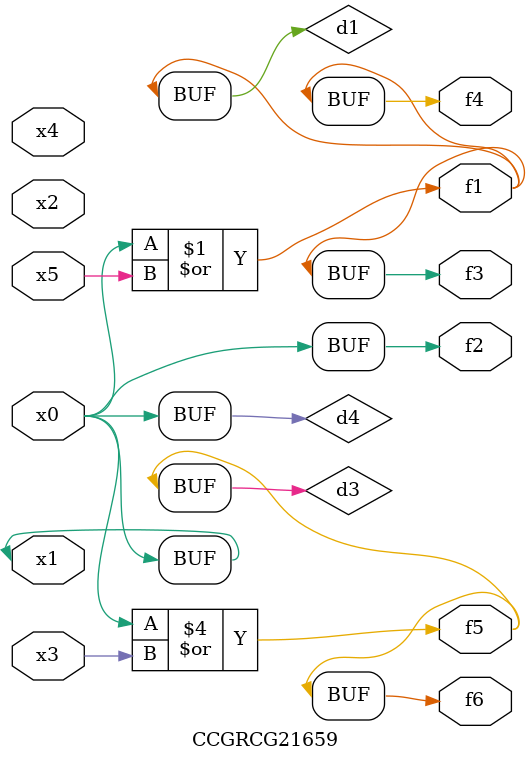
<source format=v>
module CCGRCG21659(
	input x0, x1, x2, x3, x4, x5,
	output f1, f2, f3, f4, f5, f6
);

	wire d1, d2, d3, d4;

	or (d1, x0, x5);
	xnor (d2, x1, x4);
	or (d3, x0, x3);
	buf (d4, x0, x1);
	assign f1 = d1;
	assign f2 = d4;
	assign f3 = d1;
	assign f4 = d1;
	assign f5 = d3;
	assign f6 = d3;
endmodule

</source>
